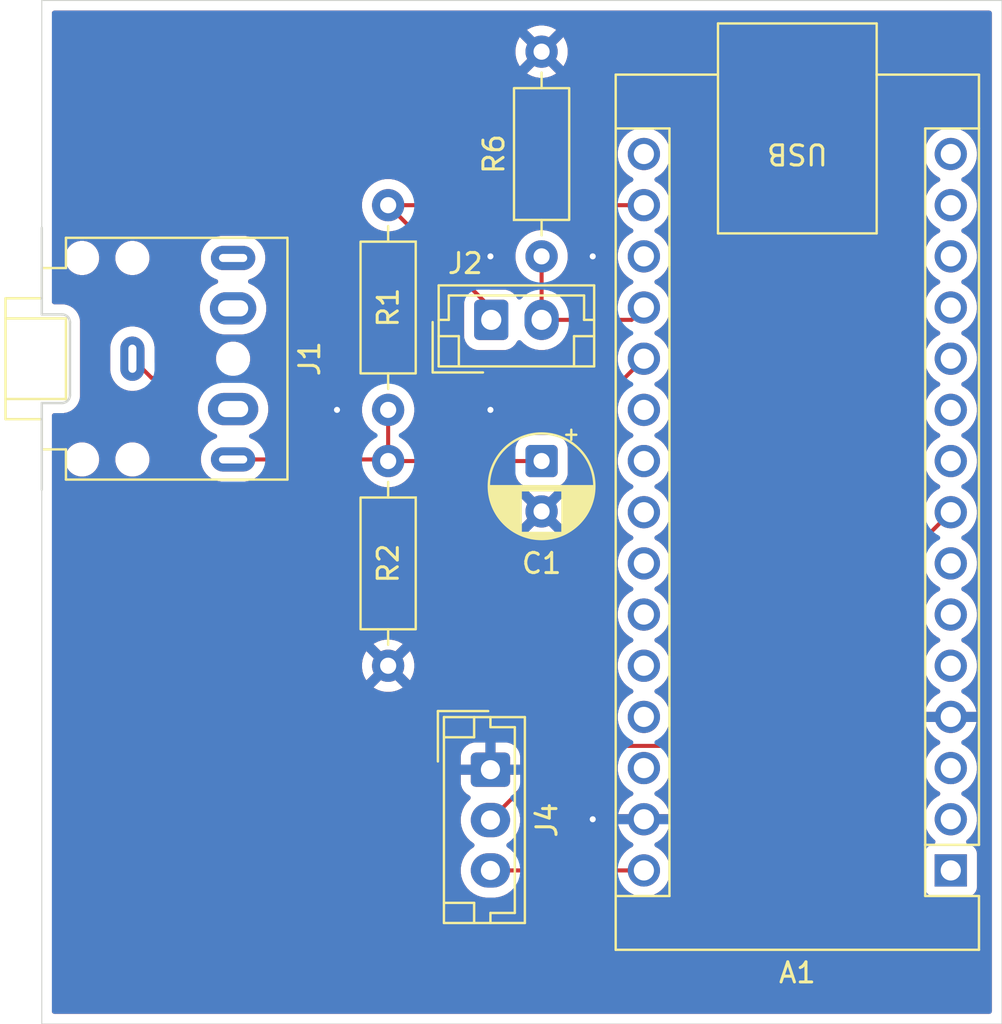
<source format=kicad_pcb>
(kicad_pcb (version 20241229) (generator "pcbnew") (generator_version "9.0")
  (layers (0 "F.Cu" signal) (2 "B.Cu" signal) (13 "F.Paste" user) (15 "B.Paste" user) (5 "F.SilkS" user "F.Silkscreen") (7 "B.SilkS" user "B.Silkscreen") (1 "F.Mask" user) (3 "B.Mask" user) (25 "Edge.Cuts" user))
  (net 0 "")
  (net 3 "/D8")
  (net 5 "+3V3")
  (net 12 "GND")
  (net 13 "/A1")
  (net 14 "+9V")
  (net 24 "/A0")
  (net 30 "Net-(C1-Pad1)")
  (footprint "Resistor_THT:R_Axial_DIN0207_L6.3mm_D2.5mm_P10.16mm_Horizontal" (layer "F.Cu") (at 33.02 35.56 -90)
    (property "Reference" "R2" (at 5.08 0 90) (layer "F.SilkS"))
    (property "Value" "100k")
    (fp_line (start 1.04 0) (end 1.81 0) (stroke (width 0.12)) (layer "F.SilkS"))
    (fp_line (start 9.12 0) (end 8.35 0) (stroke (width 0.12)) (layer "F.SilkS"))
    (fp_rect (start 1.81 -1.37) (end 8.35 1.37) (stroke (width 0.12)) (fill no) (layer "F.SilkS"))
    (pad "1" thru_hole circle (at 0 0 270) (size 1.6 1.6) (drill 0.8) (layers "*.Cu" "*.Mask") (net 30 "Net-(C1-Pad1)"))
    (pad "2" thru_hole circle (at 10.16 0 270) (size 1.6 1.6) (drill 0.8) (layers "*.Cu" "*.Mask") (net 12 "GND"))
  )
  (footprint "Connector_JST:JST_EH_B3B-EH-A_1x03_P2.50mm_Vertical" (layer "F.Cu") (at 38.1 50.88 -90)
    (property "Reference" "J4" (at 2.5 -2.8 90) (layer "F.SilkS"))
    (property "Value" "Conn_01x03_Socket")
    (fp_line (start -2.91 2.61) (end -0.41 2.61) (stroke (width 0.12)) (layer "F.SilkS"))
    (fp_line (start -2.61 2.31) (end 7.61 2.31) (stroke (width 0.12)) (layer "F.SilkS"))
    (fp_line (start 7.61 2.31) (end 7.61 -1.71) (stroke (width 0.12)) (layer "F.SilkS"))
    (fp_line (start -2.61 0.81) (end -1.61 0.81) (stroke (width 0.12)) (layer "F.SilkS"))
    (fp_line (start -1.61 0.81) (end -1.61 2.31) (stroke (width 0.12)) (layer "F.SilkS"))
    (fp_line (start 6.61 0.81) (end 6.61 2.31) (stroke (width 0.12)) (layer "F.SilkS"))
    (fp_line (start 7.61 0.81) (end 6.61 0.81) (stroke (width 0.12)) (layer "F.SilkS"))
    (fp_line (start -2.91 0.11) (end -2.91 2.61) (stroke (width 0.12)) (layer "F.SilkS"))
    (fp_line (start -2.61 0) (end -2.11 0) (stroke (width 0.12)) (layer "F.SilkS"))
    (fp_line (start -2.11 0) (end -2.11 -1.21) (stroke (width 0.12)) (layer "F.SilkS"))
    (fp_line (start 7.11 0) (end 7.61 0) (stroke (width 0.12)) (layer "F.SilkS"))
    (fp_line (start -2.11 -1.21) (end 7.11 -1.21) (stroke (width 0.12)) (layer "F.SilkS"))
    (fp_line (start 7.11 -1.21) (end 7.11 0) (stroke (width 0.12)) (layer "F.SilkS"))
    (fp_line (start -2.61 -1.71) (end -2.61 2.31) (stroke (width 0.12)) (layer "F.SilkS"))
    (fp_line (start 7.61 -1.71) (end -2.61 -1.71) (stroke (width 0.12)) (layer "F.SilkS"))
    (pad "1" thru_hole roundrect (at 0 0 270) (size 1.7 1.95) (drill 0.95) (layers "*.Cu" "*.Mask") (roundrect_rratio 0.147059) (net 12 "GND"))
    (pad "2" thru_hole oval (at 2.5 0 270) (size 1.7 1.95) (drill 0.95) (layers "*.Cu" "*.Mask") (net 3 "/D8"))
    (pad "3" thru_hole oval (at 5 0 270) (size 1.7 1.95) (drill 0.95) (layers "*.Cu" "*.Mask") (net 14 "+9V"))
  )
  (footprint "Connector_Audio:Jack_3.5mm_CUI_SJ1-3525N_Horizontal" (layer "F.Cu") (at 20.32 30.48 -90)
    (property "Reference" "J1" (at 0 -8.8 90) (layer "F.SilkS"))
    (property "Value" "AudioJack3_SwitchTR")
    (fp_line (start -3 6.3) (end -3 4.5) (stroke (width 0.12)) (layer "F.SilkS"))
    (fp_line (start 2 6.3) (end 2 3.3) (stroke (width 0.12)) (layer "F.SilkS"))
    (fp_line (start 3 6.3) (end -3 6.3) (stroke (width 0.12)) (layer "F.SilkS"))
    (fp_line (start -4.5 4.5) (end -4.5 3.3) (stroke (width 0.12)) (layer "F.SilkS"))
    (fp_line (start -3 4.5) (end -4.5 4.5) (stroke (width 0.12)) (layer "F.SilkS"))
    (fp_line (start 3 4.5) (end 3 6.3) (stroke (width 0.12)) (layer "F.SilkS"))
    (fp_line (start 4.5 4.5) (end 3 4.5) (stroke (width 0.12)) (layer "F.SilkS"))
    (fp_line (start -6 3.3) (end -6 -7.7) (stroke (width 0.12)) (layer "F.SilkS"))
    (fp_line (start -4.5 3.3) (end -6 3.3) (stroke (width 0.12)) (layer "F.SilkS"))
    (fp_line (start -2 3.3) (end -2 6.3) (stroke (width 0.12)) (layer "F.SilkS"))
    (fp_line (start 2 3.3) (end -2 3.3) (stroke (width 0.12)) (layer "F.SilkS"))
    (fp_line (start 4.5 3.3) (end 4.5 4.5) (stroke (width 0.12)) (layer "F.SilkS"))
    (fp_line (start 6 3.3) (end 4.5 3.3) (stroke (width 0.12)) (layer "F.SilkS"))
    (fp_line (start -6 -7.7) (end 6 -7.7) (stroke (width 0.12)) (layer "F.SilkS"))
    (fp_line (start 6 -7.7) (end 6 3.3) (stroke (width 0.12)) (layer "F.SilkS"))
    (fp_line (start -2.2 4.5) (end -6.5 4.5) (stroke (width 0.12)) (layer "Edge.Cuts"))
    (fp_line (start 2.2 4.5) (end 6.5 4.5) (stroke (width 0.12)) (layer "Edge.Cuts"))
    (fp_line (start -2.2 3.5) (end -2.2 4.5) (stroke (width 0.12)) (layer "Edge.Cuts"))
    (fp_line (start 2.2 3.5) (end 2.2 4.5) (stroke (width 0.12)) (layer "Edge.Cuts"))
    (fp_line (start 1.8 3.1) (end -1.8 3.1) (stroke (width 0.12)) (layer "Edge.Cuts"))
    (fp_arc (start -2.2 3.5) (mid -2.082842 3.217158) (end -1.8 3.1) (stroke (width 0.12)) (layer "Edge.Cuts"))
    (fp_arc (start 1.8 3.1) (mid 2.082843 3.217157) (end 2.2 3.5) (stroke (width 0.12)) (layer "Edge.Cuts"))
    (pad "" np_thru_hole circle (at -5 0 270) (size 1.2 1.2) (drill 1.2) (layers "*.Cu" "*.Mask"))
    (pad "" np_thru_hole circle (at -5 2.5 270) (size 1.2 1.2) (drill 1.2) (layers "*.Cu" "*.Mask"))
    (pad "" np_thru_hole circle (at 0 -5 270) (size 1.2 1.2) (drill 1.2) (layers "*.Cu" "*.Mask"))
    (pad "" np_thru_hole circle (at 5 0 270) (size 1.2 1.2) (drill 1.2) (layers "*.Cu" "*.Mask"))
    (pad "" np_thru_hole circle (at 5 2.5 270) (size 1.2 1.2) (drill 1.2) (layers "*.Cu" "*.Mask"))
    (pad "R" thru_hole oval (at -5 -5 270) (size 1.2 2.2) (drill oval 0.4 1.4) (layers "*.Cu" "*.Mask"))
    (pad "RN" thru_hole oval (at -2.5 -5 270) (size 1.6 2.3) (drill oval 0.8 1.5) (layers "*.Cu" "*.Mask"))
    (pad "S" thru_hole oval (at 0 0 270) (size 2.2 1.2) (drill oval 1.4 0.4) (layers "*.Cu" "*.Mask") (net 13 "/A1"))
    (pad "T" thru_hole oval (at 5 -5 90) (size 1.2 2.2) (drill oval 0.4 1.4) (layers "*.Cu" "*.Mask") (net 30 "Net-(C1-Pad1)"))
    (pad "TN" thru_hole oval (at 2.5 -5 90) (size 1.6 2.5) (drill oval 0.8 1.5) (layers "*.Cu" "*.Mask"))
  )
  (footprint "Resistor_THT:R_Axial_DIN0207_L6.3mm_D2.5mm_P10.16mm_Horizontal" (layer "F.Cu") (at 33.02 22.86 -90)
    (property "Reference" "R1" (at 5.08 0 90) (layer "F.SilkS"))
    (property "Value" "100k")
    (fp_line (start 1.04 0) (end 1.81 0) (stroke (width 0.12)) (layer "F.SilkS"))
    (fp_line (start 9.12 0) (end 8.35 0) (stroke (width 0.12)) (layer "F.SilkS"))
    (fp_rect (start 1.81 -1.37) (end 8.35 1.37) (stroke (width 0.12)) (fill no) (layer "F.SilkS"))
    (pad "1" thru_hole circle (at 0 0 270) (size 1.6 1.6) (drill 0.8) (layers "*.Cu" "*.Mask") (net 5 "+3V3"))
    (pad "2" thru_hole circle (at 10.16 0 270) (size 1.6 1.6) (drill 0.8) (layers "*.Cu" "*.Mask") (net 30 "Net-(C1-Pad1)"))
  )
  (footprint "Module:Arduino_Nano" (layer "F.Cu") (at 60.96 55.88 180)
    (property "Reference" "A1" (at 7.62 -5.08 0) (layer "F.SilkS"))
    (property "Value" "Arduino_Nano_v3.x")
    (fp_line (start 16.64 39.5) (end 16.64 -3.94) (stroke (width 0.12)) (layer "F.SilkS"))
    (fp_line (start 16.64 39.5) (end 11.56 39.5) (stroke (width 0.12)) (layer "F.SilkS"))
    (fp_line (start 16.64 -3.94) (end -1.4 -3.94) (stroke (width 0.12)) (layer "F.SilkS"))
    (fp_line (start 13.97 36.83) (end 16.64 36.83) (stroke (width 0.12)) (layer "F.SilkS"))
    (fp_line (start 13.97 -1.27) (end 16.64 -1.27) (stroke (width 0.12)) (layer "F.SilkS"))
    (fp_line (start 13.97 -1.27) (end 13.97 36.83) (stroke (width 0.12)) (layer "F.SilkS"))
    (fp_line (start 11.56 42.04) (end 3.68 42.04) (stroke (width 0.12)) (layer "F.SilkS"))
    (fp_line (start 11.56 31.62) (end 11.56 42.04) (stroke (width 0.12)) (layer "F.SilkS"))
    (fp_line (start 3.68 42.04) (end 3.68 31.62) (stroke (width 0.12)) (layer "F.SilkS"))
    (fp_line (start 3.68 31.62) (end 11.56 31.62) (stroke (width 0.12)) (layer "F.SilkS"))
    (fp_line (start 1.27 36.83) (end -1.4 36.83) (stroke (width 0.12)) (layer "F.SilkS"))
    (fp_line (start 1.27 1.27) (end 1.27 36.83) (stroke (width 0.12)) (layer "F.SilkS"))
    (fp_line (start 1.27 1.27) (end 1.27 -1.27) (stroke (width 0.12)) (layer "F.SilkS"))
    (fp_line (start 1.27 1.27) (end -1.4 1.27) (stroke (width 0.12)) (layer "F.SilkS"))
    (fp_line (start 1.27 -1.27) (end -1.4 -1.27) (stroke (width 0.12)) (layer "F.SilkS"))
    (fp_line (start -1.4 39.5) (end 3.68 39.5) (stroke (width 0.12)) (layer "F.SilkS"))
    (fp_line (start -1.4 1.27) (end -1.4 39.5) (stroke (width 0.12)) (layer "F.SilkS"))
    (fp_line (start -1.4 -3.94) (end -1.4 -1.27) (stroke (width 0.12)) (layer "F.SilkS"))
    (fp_text user "USB" (at 7.62 35.56 180) (layer "F.SilkS"))
    (pad "1" thru_hole rect (at 0 0 180) (size 1.6 1.6) (drill 1) (layers "*.Cu" "*.Mask"))
    (pad "2" thru_hole oval (at 0 2.54 180) (size 1.6 1.6) (drill 1) (layers "*.Cu" "*.Mask"))
    (pad "3" thru_hole oval (at 0 5.08 180) (size 1.6 1.6) (drill 1) (layers "*.Cu" "*.Mask"))
    (pad "4" thru_hole oval (at 0 7.62 180) (size 1.6 1.6) (drill 1) (layers "*.Cu" "*.Mask") (net 12 "GND"))
    (pad "5" thru_hole oval (at 0 10.16 180) (size 1.6 1.6) (drill 1) (layers "*.Cu" "*.Mask"))
    (pad "6" thru_hole oval (at 0 12.7 180) (size 1.6 1.6) (drill 1) (layers "*.Cu" "*.Mask"))
    (pad "7" thru_hole oval (at 0 15.24 180) (size 1.6 1.6) (drill 1) (layers "*.Cu" "*.Mask"))
    (pad "8" thru_hole oval (at 0 17.78 180) (size 1.6 1.6) (drill 1) (layers "*.Cu" "*.Mask") (net 3 "/D8"))
    (pad "9" thru_hole oval (at 0 20.32 180) (size 1.6 1.6) (drill 1) (layers "*.Cu" "*.Mask"))
    (pad "10" thru_hole oval (at 0 22.86 180) (size 1.6 1.6) (drill 1) (layers "*.Cu" "*.Mask"))
    (pad "11" thru_hole oval (at 0 25.4 180) (size 1.6 1.6) (drill 1) (layers "*.Cu" "*.Mask"))
    (pad "12" thru_hole oval (at 0 27.94 180) (size 1.6 1.6) (drill 1) (layers "*.Cu" "*.Mask"))
    (pad "13" thru_hole oval (at 0 30.48 180) (size 1.6 1.6) (drill 1) (layers "*.Cu" "*.Mask"))
    (pad "14" thru_hole oval (at 0 33.02 180) (size 1.6 1.6) (drill 1) (layers "*.Cu" "*.Mask"))
    (pad "15" thru_hole oval (at 0 35.56 180) (size 1.6 1.6) (drill 1) (layers "*.Cu" "*.Mask"))
    (pad "16" thru_hole oval (at 15.24 35.56 180) (size 1.6 1.6) (drill 1) (layers "*.Cu" "*.Mask"))
    (pad "17" thru_hole oval (at 15.24 33.02 180) (size 1.6 1.6) (drill 1) (layers "*.Cu" "*.Mask") (net 5 "+3V3"))
    (pad "18" thru_hole oval (at 15.24 30.48 180) (size 1.6 1.6) (drill 1) (layers "*.Cu" "*.Mask"))
    (pad "19" thru_hole oval (at 15.24 27.94 180) (size 1.6 1.6) (drill 1) (layers "*.Cu" "*.Mask") (net 24 "/A0"))
    (pad "20" thru_hole oval (at 15.24 25.4 180) (size 1.6 1.6) (drill 1) (layers "*.Cu" "*.Mask") (net 13 "/A1"))
    (pad "21" thru_hole oval (at 15.24 22.86 180) (size 1.6 1.6) (drill 1) (layers "*.Cu" "*.Mask"))
    (pad "22" thru_hole oval (at 15.24 20.32 180) (size 1.6 1.6) (drill 1) (layers "*.Cu" "*.Mask"))
    (pad "23" thru_hole oval (at 15.24 17.78 180) (size 1.6 1.6) (drill 1) (layers "*.Cu" "*.Mask"))
    (pad "24" thru_hole oval (at 15.24 15.24 180) (size 1.6 1.6) (drill 1) (layers "*.Cu" "*.Mask"))
    (pad "25" thru_hole oval (at 15.24 12.7 180) (size 1.6 1.6) (drill 1) (layers "*.Cu" "*.Mask"))
    (pad "26" thru_hole oval (at 15.24 10.16 180) (size 1.6 1.6) (drill 1) (layers "*.Cu" "*.Mask"))
    (pad "27" thru_hole oval (at 15.24 7.62 180) (size 1.6 1.6) (drill 1) (layers "*.Cu" "*.Mask"))
    (pad "28" thru_hole oval (at 15.24 5.08 180) (size 1.6 1.6) (drill 1) (layers "*.Cu" "*.Mask"))
    (pad "29" thru_hole oval (at 15.24 2.54 180) (size 1.6 1.6) (drill 1) (layers "*.Cu" "*.Mask") (net 12 "GND"))
    (pad "30" thru_hole oval (at 15.24 0 180) (size 1.6 1.6) (drill 1) (layers "*.Cu" "*.Mask") (net 14 "+9V"))
  )
  (footprint "Resistor_THT:R_Axial_DIN0207_L6.3mm_D2.5mm_P10.16mm_Horizontal" (layer "F.Cu") (at 40.64 25.4 90)
    (property "Reference" "R6" (at 5.08 -2.37 90) (layer "F.SilkS"))
    (property "Value" "2.2k")
    (fp_line (start 9.12 0) (end 8.35 0) (stroke (width 0.12)) (layer "F.SilkS"))
    (fp_line (start 1.04 0) (end 1.81 0) (stroke (width 0.12)) (layer "F.SilkS"))
    (fp_rect (start 1.81 -1.37) (end 8.35 1.37) (stroke (width 0.12)) (fill no) (layer "F.SilkS"))
    (pad "1" thru_hole circle (at 0 0 90) (size 1.6 1.6) (drill 0.8) (layers "*.Cu" "*.Mask") (net 24 "/A0"))
    (pad "2" thru_hole circle (at 10.16 0 90) (size 1.6 1.6) (drill 0.8) (layers "*.Cu" "*.Mask") (net 12 "GND"))
  )
  (footprint "Connector_JST:JST_EH_B2B-EH-A_1x02_P2.50mm_Vertical" (layer "F.Cu") (at 38.14 28.552)
    (property "Reference" "J2" (at -1.29 -2.8 0) (layer "F.SilkS"))
    (property "Value" "Conn_01x02_Female")
    (fp_line (start -2.91 0.11) (end -2.91 2.61) (stroke (width 0.12)) (layer "F.SilkS"))
    (fp_line (start -2.91 2.61) (end -0.41 2.61) (stroke (width 0.12)) (layer "F.SilkS"))
    (fp_line (start -2.61 -1.71) (end -2.61 2.31) (stroke (width 0.12)) (layer "F.SilkS"))
    (fp_line (start -2.61 0) (end -2.11 0) (stroke (width 0.12)) (layer "F.SilkS"))
    (fp_line (start -2.61 0.81) (end -1.61 0.81) (stroke (width 0.12)) (layer "F.SilkS"))
    (fp_line (start -2.61 2.31) (end 5.11 2.31) (stroke (width 0.12)) (layer "F.SilkS"))
    (fp_line (start -2.11 -1.21) (end 4.61 -1.21) (stroke (width 0.12)) (layer "F.SilkS"))
    (fp_line (start -2.11 0) (end -2.11 -1.21) (stroke (width 0.12)) (layer "F.SilkS"))
    (fp_line (start -1.61 0.81) (end -1.61 2.31) (stroke (width 0.12)) (layer "F.SilkS"))
    (fp_line (start 4.11 0.81) (end 4.11 2.31) (stroke (width 0.12)) (layer "F.SilkS"))
    (fp_line (start 4.61 -1.21) (end 4.61 0) (stroke (width 0.12)) (layer "F.SilkS"))
    (fp_line (start 4.61 0) (end 5.11 0) (stroke (width 0.12)) (layer "F.SilkS"))
    (fp_line (start 5.11 -1.71) (end -2.61 -1.71) (stroke (width 0.12)) (layer "F.SilkS"))
    (fp_line (start 5.11 0.81) (end 4.11 0.81) (stroke (width 0.12)) (layer "F.SilkS"))
    (fp_line (start 5.11 2.31) (end 5.11 -1.71) (stroke (width 0.12)) (layer "F.SilkS"))
    (pad "1" thru_hole roundrect (at 0 0) (size 1.7 2) (drill 1) (layers "*.Cu" "*.Mask") (roundrect_rratio 0.147059) (net 5 "+3V3"))
    (pad "2" thru_hole oval (at 2.5 0) (size 1.7 2) (drill 1) (layers "*.Cu" "*.Mask") (net 24 "/A0"))
  )
  (footprint "Capacitor_THT:CP_Radial_D5.0mm_P2.50mm" (layer "F.Cu") (at 40.64 35.56 -90)
    (property "Reference" "C1" (at 5.08 0 180) (layer "F.SilkS"))
    (property "Value" "22")
    (fp_line (start 1.49 1.04) (end 1.49 2.569) (stroke (width 0.12)) (layer "F.SilkS"))
    (fp_line (start 1.53 1.04) (end 1.53 2.565) (stroke (width 0.12)) (layer "F.SilkS"))
    (fp_line (start 1.57 1.04) (end 1.57 2.56) (stroke (width 0.12)) (layer "F.SilkS"))
    (fp_line (start 1.61 1.04) (end 1.61 2.555) (stroke (width 0.12)) (layer "F.SilkS"))
    (fp_line (start 1.65 1.04) (end 1.65 2.549) (stroke (width 0.12)) (layer "F.SilkS"))
    (fp_line (start 1.69 1.04) (end 1.69 2.543) (stroke (width 0.12)) (layer "F.SilkS"))
    (fp_line (start 1.73 1.04) (end 1.73 2.536) (stroke (width 0.12)) (layer "F.SilkS"))
    (fp_line (start 1.77 1.04) (end 1.77 2.528) (stroke (width 0.12)) (layer "F.SilkS"))
    (fp_line (start 1.81 1.04) (end 1.81 2.519) (stroke (width 0.12)) (layer "F.SilkS"))
    (fp_line (start 1.85 1.04) (end 1.85 2.51) (stroke (width 0.12)) (layer "F.SilkS"))
    (fp_line (start 1.89 1.04) (end 1.89 2.501) (stroke (width 0.12)) (layer "F.SilkS"))
    (fp_line (start 1.93 1.04) (end 1.93 2.49) (stroke (width 0.12)) (layer "F.SilkS"))
    (fp_line (start 1.97 1.04) (end 1.97 2.479) (stroke (width 0.12)) (layer "F.SilkS"))
    (fp_line (start 2.01 1.04) (end 2.01 2.467) (stroke (width 0.12)) (layer "F.SilkS"))
    (fp_line (start 2.05 1.04) (end 2.05 2.455) (stroke (width 0.12)) (layer "F.SilkS"))
    (fp_line (start 2.09 1.04) (end 2.09 2.442) (stroke (width 0.12)) (layer "F.SilkS"))
    (fp_line (start 2.13 1.04) (end 2.13 2.428) (stroke (width 0.12)) (layer "F.SilkS"))
    (fp_line (start 2.17 1.04) (end 2.17 2.413) (stroke (width 0.12)) (layer "F.SilkS"))
    (fp_line (start 2.21 1.04) (end 2.21 2.398) (stroke (width 0.12)) (layer "F.SilkS"))
    (fp_line (start 2.25 1.04) (end 2.25 2.382) (stroke (width 0.12)) (layer "F.SilkS"))
    (fp_line (start 2.29 1.04) (end 2.29 2.365) (stroke (width 0.12)) (layer "F.SilkS"))
    (fp_line (start 2.33 1.04) (end 2.33 2.347) (stroke (width 0.12)) (layer "F.SilkS"))
    (fp_line (start 2.37 1.04) (end 2.37 2.329) (stroke (width 0.12)) (layer "F.SilkS"))
    (fp_line (start 2.41 1.04) (end 2.41 2.309) (stroke (width 0.12)) (layer "F.SilkS"))
    (fp_line (start 2.45 1.04) (end 2.45 2.289) (stroke (width 0.12)) (layer "F.SilkS"))
    (fp_line (start 2.49 1.04) (end 2.49 2.268) (stroke (width 0.12)) (layer "F.SilkS"))
    (fp_line (start 2.53 1.04) (end 2.53 2.246) (stroke (width 0.12)) (layer "F.SilkS"))
    (fp_line (start 2.57 1.04) (end 2.57 2.223) (stroke (width 0.12)) (layer "F.SilkS"))
    (fp_line (start 2.61 1.04) (end 2.61 2.199) (stroke (width 0.12)) (layer "F.SilkS"))
    (fp_line (start 2.65 1.04) (end 2.65 2.175) (stroke (width 0.12)) (layer "F.SilkS"))
    (fp_line (start 2.69 1.04) (end 2.69 2.149) (stroke (width 0.12)) (layer "F.SilkS"))
    (fp_line (start 2.73 1.04) (end 2.73 2.122) (stroke (width 0.12)) (layer "F.SilkS"))
    (fp_line (start 2.77 1.04) (end 2.77 2.094) (stroke (width 0.12)) (layer "F.SilkS"))
    (fp_line (start 2.81 1.04) (end 2.81 2.065) (stroke (width 0.12)) (layer "F.SilkS"))
    (fp_line (start 2.85 1.04) (end 2.85 2.035) (stroke (width 0.12)) (layer "F.SilkS"))
    (fp_line (start 2.89 1.04) (end 2.89 2.003) (stroke (width 0.12)) (layer "F.SilkS"))
    (fp_line (start 2.93 1.04) (end 2.93 1.97) (stroke (width 0.12)) (layer "F.SilkS"))
    (fp_line (start 2.97 1.04) (end 2.97 1.936) (stroke (width 0.12)) (layer "F.SilkS"))
    (fp_line (start 3.01 1.04) (end 3.01 1.901) (stroke (width 0.12)) (layer "F.SilkS"))
    (fp_line (start 3.05 1.04) (end 3.05 1.864) (stroke (width 0.12)) (layer "F.SilkS"))
    (fp_line (start 3.09 1.04) (end 3.09 1.825) (stroke (width 0.12)) (layer "F.SilkS"))
    (fp_line (start 3.13 1.04) (end 3.13 1.785) (stroke (width 0.12)) (layer "F.SilkS"))
    (fp_line (start 3.17 1.04) (end 3.17 1.743) (stroke (width 0.12)) (layer "F.SilkS"))
    (fp_line (start 3.21 1.04) (end 3.21 1.699) (stroke (width 0.12)) (layer "F.SilkS"))
    (fp_line (start 3.25 1.04) (end 3.25 1.652) (stroke (width 0.12)) (layer "F.SilkS"))
    (fp_line (start 3.29 1.04) (end 3.29 1.604) (stroke (width 0.12)) (layer "F.SilkS"))
    (fp_line (start 3.33 1.04) (end 3.33 1.553) (stroke (width 0.12)) (layer "F.SilkS"))
    (fp_line (start 3.37 1.04) (end 3.37 1.499) (stroke (width 0.12)) (layer "F.SilkS"))
    (fp_line (start 3.41 1.04) (end 3.41 1.443) (stroke (width 0.12)) (layer "F.SilkS"))
    (fp_line (start 3.45 1.04) (end 3.45 1.383) (stroke (width 0.12)) (layer "F.SilkS"))
    (fp_line (start 3.49 1.04) (end 3.49 1.319) (stroke (width 0.12)) (layer "F.SilkS"))
    (fp_line (start 3.53 1.04) (end 3.53 1.251) (stroke (width 0.12)) (layer "F.SilkS"))
    (fp_line (start 3.85 -0.283) (end 3.85 0.283) (stroke (width 0.12)) (layer "F.SilkS"))
    (fp_line (start 3.81 -0.517) (end 3.81 0.517) (stroke (width 0.12)) (layer "F.SilkS"))
    (fp_line (start 3.77 -0.677) (end 3.77 0.677) (stroke (width 0.12)) (layer "F.SilkS"))
    (fp_line (start 3.73 -0.805) (end 3.73 0.805) (stroke (width 0.12)) (layer "F.SilkS"))
    (fp_line (start 3.69 -0.914) (end 3.69 0.914) (stroke (width 0.12)) (layer "F.SilkS"))
    (fp_line (start 3.65 -1.011) (end 3.65 1.011) (stroke (width 0.12)) (layer "F.SilkS"))
    (fp_line (start 3.61 -1.098) (end 3.61 1.098) (stroke (width 0.12)) (layer "F.SilkS"))
    (fp_line (start 3.57 -1.177) (end 3.57 1.177) (stroke (width 0.12)) (layer "F.SilkS"))
    (fp_line (start 3.53 -1.251) (end 3.53 -1.04) (stroke (width 0.12)) (layer "F.SilkS"))
    (fp_line (start 3.49 -1.319) (end 3.49 -1.04) (stroke (width 0.12)) (layer "F.SilkS"))
    (fp_line (start 3.45 -1.383) (end 3.45 -1.04) (stroke (width 0.12)) (layer "F.SilkS"))
    (fp_line (start 3.41 -1.443) (end 3.41 -1.04) (stroke (width 0.12)) (layer "F.SilkS"))
    (fp_line (start -1.554775 -1.475) (end -1.054775 -1.475) (stroke (width 0.12)) (layer "F.SilkS"))
    (fp_line (start 3.37 -1.499) (end 3.37 -1.04) (stroke (width 0.12)) (layer "F.SilkS"))
    (fp_line (start 3.33 -1.553) (end 3.33 -1.04) (stroke (width 0.12)) (layer "F.SilkS"))
    (fp_line (start 3.29 -1.604) (end 3.29 -1.04) (stroke (width 0.12)) (layer "F.SilkS"))
    (fp_line (start 3.25 -1.652) (end 3.25 -1.04) (stroke (width 0.12)) (layer "F.SilkS"))
    (fp_line (start 3.21 -1.699) (end 3.21 -1.04) (stroke (width 0.12)) (layer "F.SilkS"))
    (fp_line (start -1.304775 -1.725) (end -1.304775 -1.225) (stroke (width 0.12)) (layer "F.SilkS"))
    (fp_line (start 3.17 -1.743) (end 3.17 -1.04) (stroke (width 0.12)) (layer "F.SilkS"))
    (fp_line (start 3.13 -1.785) (end 3.13 -1.04) (stroke (width 0.12)) (layer "F.SilkS"))
    (fp_line (start 3.09 -1.825) (end 3.09 -1.04) (stroke (width 0.12)) (layer "F.SilkS"))
    (fp_line (start 3.05 -1.864) (end 3.05 -1.04) (stroke (width 0.12)) (layer "F.SilkS"))
    (fp_line (start 3.01 -1.901) (end 3.01 -1.04) (stroke (width 0.12)) (layer "F.SilkS"))
    (fp_line (start 2.97 -1.936) (end 2.97 -1.04) (stroke (width 0.12)) (layer "F.SilkS"))
    (fp_line (start 2.93 -1.97) (end 2.93 -1.04) (stroke (width 0.12)) (layer "F.SilkS"))
    (fp_line (start 2.89 -2.003) (end 2.89 -1.04) (stroke (width 0.12)) (layer "F.SilkS"))
    (fp_line (start 2.85 -2.035) (end 2.85 -1.04) (stroke (width 0.12)) (layer "F.SilkS"))
    (fp_line (start 2.81 -2.065) (end 2.81 -1.04) (stroke (width 0.12)) (layer "F.SilkS"))
    (fp_line (start 2.77 -2.094) (end 2.77 -1.04) (stroke (width 0.12)) (layer "F.SilkS"))
    (fp_line (start 2.73 -2.122) (end 2.73 -1.04) (stroke (width 0.12)) (layer "F.SilkS"))
    (fp_line (start 2.69 -2.149) (end 2.69 -1.04) (stroke (width 0.12)) (layer "F.SilkS"))
    (fp_line (start 2.65 -2.175) (end 2.65 -1.04) (stroke (width 0.12)) (layer "F.SilkS"))
    (fp_line (start 2.61 -2.199) (end 2.61 -1.04) (stroke (width 0.12)) (layer "F.SilkS"))
    (fp_line (start 2.57 -2.223) (end 2.57 -1.04) (stroke (width 0.12)) (layer "F.SilkS"))
    (fp_line (start 2.53 -2.246) (end 2.53 -1.04) (stroke (width 0.12)) (layer "F.SilkS"))
    (fp_line (start 2.49 -2.268) (end 2.49 -1.04) (stroke (width 0.12)) (layer "F.SilkS"))
    (fp_line (start 2.45 -2.289) (end 2.45 -1.04) (stroke (width 0.12)) (layer "F.SilkS"))
    (fp_line (start 2.41 -2.309) (end 2.41 -1.04) (stroke (width 0.12)) (layer "F.SilkS"))
    (fp_line (start 2.37 -2.329) (end 2.37 -1.04) (stroke (width 0.12)) (layer "F.SilkS"))
    (fp_line (start 2.33 -2.347) (end 2.33 -1.04) (stroke (width 0.12)) (layer "F.SilkS"))
    (fp_line (start 2.29 -2.365) (end 2.29 -1.04) (stroke (width 0.12)) (layer "F.SilkS"))
    (fp_line (start 2.25 -2.382) (end 2.25 -1.04) (stroke (width 0.12)) (layer "F.SilkS"))
    (fp_line (start 2.21 -2.398) (end 2.21 -1.04) (stroke (width 0.12)) (layer "F.SilkS"))
    (fp_line (start 2.17 -2.413) (end 2.17 -1.04) (stroke (width 0.12)) (layer "F.SilkS"))
    (fp_line (start 2.13 -2.428) (end 2.13 -1.04) (stroke (width 0.12)) (layer "F.SilkS"))
    (fp_line (start 2.09 -2.442) (end 2.09 -1.04) (stroke (width 0.12)) (layer "F.SilkS"))
    (fp_line (start 2.05 -2.455) (end 2.05 -1.04) (stroke (width 0.12)) (layer "F.SilkS"))
    (fp_line (start 2.01 -2.467) (end 2.01 -1.04) (stroke (width 0.12)) (layer "F.SilkS"))
    (fp_line (start 1.97 -2.479) (end 1.97 -1.04) (stroke (width 0.12)) (layer "F.SilkS"))
    (fp_line (start 1.93 -2.49) (end 1.93 -1.04) (stroke (width 0.12)) (layer "F.SilkS"))
    (fp_line (start 1.89 -2.501) (end 1.89 -1.04) (stroke (width 0.12)) (layer "F.SilkS"))
    (fp_line (start 1.85 -2.51) (end 1.85 -1.04) (stroke (width 0.12)) (layer "F.SilkS"))
    (fp_line (start 1.81 -2.519) (end 1.81 -1.04) (stroke (width 0.12)) (layer "F.SilkS"))
    (fp_line (start 1.77 -2.528) (end 1.77 -1.04) (stroke (width 0.12)) (layer "F.SilkS"))
    (fp_line (start 1.73 -2.536) (end 1.73 -1.04) (stroke (width 0.12)) (layer "F.SilkS"))
    (fp_line (start 1.69 -2.543) (end 1.69 -1.04) (stroke (width 0.12)) (layer "F.SilkS"))
    (fp_line (start 1.65 -2.549) (end 1.65 -1.04) (stroke (width 0.12)) (layer "F.SilkS"))
    (fp_line (start 1.61 -2.555) (end 1.61 -1.04) (stroke (width 0.12)) (layer "F.SilkS"))
    (fp_line (start 1.57 -2.56) (end 1.57 -1.04) (stroke (width 0.12)) (layer "F.SilkS"))
    (fp_line (start 1.53 -2.565) (end 1.53 -1.04) (stroke (width 0.12)) (layer "F.SilkS"))
    (fp_line (start 1.49 -2.569) (end 1.49 -1.04) (stroke (width 0.12)) (layer "F.SilkS"))
    (fp_line (start 1.45 -2.572) (end 1.45 2.572) (stroke (width 0.12)) (layer "F.SilkS"))
    (fp_line (start 1.41 -2.575) (end 1.41 2.575) (stroke (width 0.12)) (layer "F.SilkS"))
    (fp_line (start 1.37 -2.577) (end 1.37 2.577) (stroke (width 0.12)) (layer "F.SilkS"))
    (fp_line (start 1.33 -2.579) (end 1.33 2.579) (stroke (width 0.12)) (layer "F.SilkS"))
    (fp_line (start 1.25 -2.58) (end 1.25 2.58) (stroke (width 0.12)) (layer "F.SilkS"))
    (fp_line (start 1.29 -2.58) (end 1.29 2.58) (stroke (width 0.12)) (layer "F.SilkS"))
    (fp_circle (center 1.25 0) (end 3.87 0) (stroke (width 0.12)) (fill no) (layer "F.SilkS"))
    (pad "1" thru_hole roundrect (at 0 0 270) (size 1.6 1.6) (drill 0.8) (layers "*.Cu" "*.Mask") (roundrect_rratio 0.15625) (net 30 "Net-(C1-Pad1)"))
    (pad "2" thru_hole circle (at 2.5 0 270) (size 1.6 1.6) (drill 0.8) (layers "*.Cu" "*.Mask") (net 12 "GND"))
  )
  (gr_line (start 63.5 12.7) (end 63.5 63.5) (stroke (width 0.05)) (layer "Edge.Cuts"))
  (gr_line (start 15.82 23.98) (end 15.82 12.7) (stroke (width 0.05)) (layer "Edge.Cuts"))
  (gr_line (start 15.82 36.98) (end 15.82 63.5) (stroke (width 0.05)) (layer "Edge.Cuts"))
  (gr_line (start 15.82 12.7) (end 63.5 12.7) (stroke (width 0.05)) (layer "Edge.Cuts"))
  (gr_line (start 15.82 63.5) (end 63.5 63.5) (stroke (width 0.05)) (layer "Edge.Cuts"))
  (segment (start 38.1 53.38) (end 41.781 49.699) (width 0.2) (layer "F.Cu") (net 3))
  (segment (start 41.781 49.699) (end 49.361 49.699) (width 0.2) (layer "F.Cu") (net 3))
  (segment (start 49.361 49.699) (end 60.96 38.1) (width 0.2) (layer "F.Cu") (net 3))
  (segment (start 33.02 22.86) (end 45.72 22.86) (width 0.2) (layer "F.Cu") (net 5))
  (segment (start 38.026225 28.552) (end 38.026225 27.866225) (width 0.2) (layer "F.Cu") (net 5))
  (segment (start 38.026225 27.866225) (end 33.02 22.86) (width 0.2) (layer "F.Cu") (net 5))
  (via (at 43.18 25.4) (size 0.6) (drill 0.3) (layers "F.Cu" "B.Cu") (net 12))
  (via (at 30.48 33.02) (size 0.6) (drill 0.3) (layers "F.Cu" "B.Cu") (net 12))
  (via (at 43.18 53.34) (size 0.6) (drill 0.3) (layers "F.Cu" "B.Cu") (net 12))
  (via (at 38.1 33.02) (size 0.6) (drill 0.3) (layers "F.Cu" "B.Cu") (net 12))
  (via (at 38.1 25.4) (size 0.6) (drill 0.3) (layers "F.Cu" "B.Cu") (net 12))
  (segment (start 45.72 30.48) (end 44.769 31.431) (width 0.2) (layer "F.Cu") (net 13))
  (segment (start 44.769 31.431) (end 21.271 31.431) (width 0.2) (layer "F.Cu") (net 13))
  (segment (start 21.271 31.431) (end 20.32 30.48) (width 0.2) (layer "F.Cu") (net 13))
  (segment (start 38.1 55.88) (end 45.72 55.88) (width 0.2) (layer "F.Cu") (net 14))
  (segment (start 40.64 28.552) (end 45.108 28.552) (width 0.2) (layer "F.Cu") (net 24))
  (segment (start 40.64 28.552) (end 40.64 25.4) (width 0.2) (layer "F.Cu") (net 24))
  (segment (start 45.108 28.552) (end 45.72 27.94) (width 0.2) (layer "F.Cu") (net 24))
  (segment (start 33.02 35.56) (end 40.64 35.56) (width 0.2) (layer "F.Cu") (net 30))
  (segment (start 25.32 35.48) (end 32.94 35.48) (width 0.2) (layer "F.Cu") (net 30))
  (segment (start 32.94 35.48) (end 33.02 35.56) (width 0.2) (layer "F.Cu") (net 30))
  (segment (start 33.02 35.56) (end 33.02 33.02) (width 0.2) (layer "F.Cu") (net 30))
  (zone (net 12) (net_name "GND") (layer "F.Cu") (connect_pads (clearance 0.5)) (min_thickness 0.25) (fill yes (thermal_gap 0.5) (thermal_bridge_width 0.5))
    (polygon (pts (xy 63.5 63.5) (xy 15.24 63.5) (xy 15.24 12.7) (xy 63.5 12.7)))
  )
  (zone (net 12) (net_name "GND") (layer "B.Cu") (connect_pads (clearance 0.5)) (min_thickness 0.25) (fill yes (thermal_gap 0.5) (thermal_bridge_width 0.5))
    (polygon (pts (xy 63.5 63.5) (xy 15.24 63.5) (xy 15.24 12.7) (xy 63.5 12.7)))
  )
)
</source>
